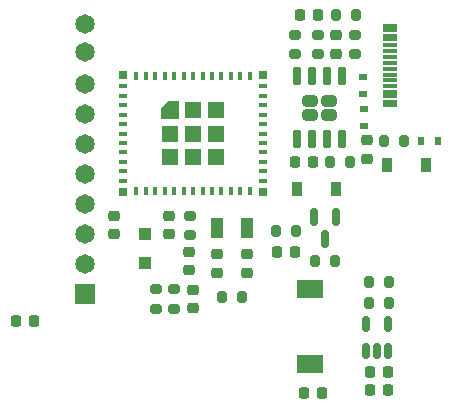
<source format=gtp>
%TF.GenerationSoftware,KiCad,Pcbnew,(6.0.2)*%
%TF.CreationDate,2022-03-15T02:09:26-04:00*%
%TF.ProjectId,ferrous_slime,66657272-6f75-4735-9f73-6c696d652e6b,v0.0.1*%
%TF.SameCoordinates,Original*%
%TF.FileFunction,Paste,Top*%
%TF.FilePolarity,Positive*%
%FSLAX46Y46*%
G04 Gerber Fmt 4.6, Leading zero omitted, Abs format (unit mm)*
G04 Created by KiCad (PCBNEW (6.0.2)) date 2022-03-15 02:09:26*
%MOMM*%
%LPD*%
G01*
G04 APERTURE LIST*
G04 Aperture macros list*
%AMRoundRect*
0 Rectangle with rounded corners*
0 $1 Rounding radius*
0 $2 $3 $4 $5 $6 $7 $8 $9 X,Y pos of 4 corners*
0 Add a 4 corners polygon primitive as box body*
4,1,4,$2,$3,$4,$5,$6,$7,$8,$9,$2,$3,0*
0 Add four circle primitives for the rounded corners*
1,1,$1+$1,$2,$3*
1,1,$1+$1,$4,$5*
1,1,$1+$1,$6,$7*
1,1,$1+$1,$8,$9*
0 Add four rect primitives between the rounded corners*
20,1,$1+$1,$2,$3,$4,$5,0*
20,1,$1+$1,$4,$5,$6,$7,0*
20,1,$1+$1,$6,$7,$8,$9,0*
20,1,$1+$1,$8,$9,$2,$3,0*%
%AMFreePoly0*
4,1,6,0.725000,-0.725000,-0.725000,-0.725000,-0.725000,0.125000,-0.125000,0.725000,0.725000,0.725000,0.725000,-0.725000,0.725000,-0.725000,$1*%
G04 Aperture macros list end*
%ADD10RoundRect,0.200000X-0.200000X-0.275000X0.200000X-0.275000X0.200000X0.275000X-0.200000X0.275000X0*%
%ADD11RoundRect,0.225000X0.225000X0.250000X-0.225000X0.250000X-0.225000X-0.250000X0.225000X-0.250000X0*%
%ADD12RoundRect,0.200000X-0.275000X0.200000X-0.275000X-0.200000X0.275000X-0.200000X0.275000X0.200000X0*%
%ADD13RoundRect,0.225000X-0.250000X0.225000X-0.250000X-0.225000X0.250000X-0.225000X0.250000X0.225000X0*%
%ADD14RoundRect,0.200000X0.275000X-0.200000X0.275000X0.200000X-0.275000X0.200000X-0.275000X-0.200000X0*%
%ADD15RoundRect,0.218750X-0.218750X-0.256250X0.218750X-0.256250X0.218750X0.256250X-0.218750X0.256250X0*%
%ADD16RoundRect,0.150000X-0.150000X0.587500X-0.150000X-0.587500X0.150000X-0.587500X0.150000X0.587500X0*%
%ADD17R,0.900000X1.200000*%
%ADD18RoundRect,0.200000X0.200000X0.275000X-0.200000X0.275000X-0.200000X-0.275000X0.200000X-0.275000X0*%
%ADD19RoundRect,0.225000X-0.225000X-0.250000X0.225000X-0.250000X0.225000X0.250000X-0.225000X0.250000X0*%
%ADD20R,1.000000X1.800000*%
%ADD21RoundRect,0.150000X0.150000X-0.512500X0.150000X0.512500X-0.150000X0.512500X-0.150000X-0.512500X0*%
%ADD22RoundRect,0.225000X0.250000X-0.225000X0.250000X0.225000X-0.250000X0.225000X-0.250000X-0.225000X0*%
%ADD23RoundRect,0.218750X-0.256250X0.218750X-0.256250X-0.218750X0.256250X-0.218750X0.256250X0.218750X0*%
%ADD24R,0.700000X0.600000*%
%ADD25R,0.800000X0.400000*%
%ADD26R,0.400000X0.800000*%
%ADD27R,0.700000X0.700000*%
%ADD28R,1.450000X1.450000*%
%ADD29FreePoly0,0.000000*%
%ADD30R,1.150000X0.300000*%
%ADD31C,1.651000*%
%ADD32R,1.651000X1.651000*%
%ADD33R,0.600000X0.700000*%
%ADD34RoundRect,0.242500X0.402500X-0.242500X0.402500X0.242500X-0.402500X0.242500X-0.402500X-0.242500X0*%
%ADD35RoundRect,0.150000X0.150000X-0.650000X0.150000X0.650000X-0.150000X0.650000X-0.150000X-0.650000X0*%
%ADD36R,2.200000X1.500000*%
%ADD37R,1.000000X1.000000*%
G04 APERTURE END LIST*
D10*
X89091000Y-53541000D03*
X90741000Y-53541000D03*
D11*
X85103000Y-62939000D03*
X83553000Y-62939000D03*
D12*
X70993000Y-54166000D03*
X70993000Y-55816000D03*
D10*
X76645000Y-54811000D03*
X78295000Y-54811000D03*
D13*
X73787000Y-51041000D03*
X73787000Y-52591000D03*
D14*
X72517000Y-55816000D03*
X72517000Y-54166000D03*
X82804000Y-34300000D03*
X82804000Y-32650000D03*
D15*
X82778500Y-43381000D03*
X84353500Y-43381000D03*
X83193500Y-30935000D03*
X84768500Y-30935000D03*
D10*
X81217000Y-49276000D03*
X82867000Y-49276000D03*
D16*
X86294000Y-48031500D03*
X84394000Y-48031500D03*
X85344000Y-49906500D03*
D17*
X82932000Y-45667000D03*
X86232000Y-45667000D03*
D18*
X86169000Y-51763000D03*
X84519000Y-51763000D03*
D11*
X82817000Y-51001000D03*
X81267000Y-51001000D03*
D19*
X59182000Y-56896000D03*
X60732000Y-56896000D03*
D20*
X76220000Y-48968990D03*
X78720000Y-48968990D03*
D21*
X88796622Y-59402865D03*
X89746622Y-59402865D03*
X90696622Y-59402865D03*
X90696622Y-57127865D03*
X88796622Y-57127865D03*
D10*
X89091000Y-55319000D03*
X90741000Y-55319000D03*
D22*
X74168000Y-55766000D03*
X74168000Y-54216000D03*
D14*
X87884000Y-34290008D03*
X87884000Y-32640008D03*
D23*
X86267000Y-32662000D03*
X86267000Y-34237000D03*
D24*
X88552173Y-37611489D03*
X88552173Y-36211489D03*
X88646000Y-38924000D03*
X88646000Y-40324000D03*
D17*
X90552000Y-43635000D03*
X93852000Y-43635000D03*
D25*
X68268000Y-37004007D03*
X68268000Y-37804007D03*
X68268000Y-38604007D03*
X68268000Y-39404007D03*
X68268000Y-40204007D03*
X68268000Y-41004007D03*
X68268000Y-41804007D03*
X68268000Y-42604007D03*
X68268000Y-43404007D03*
X68268000Y-44204007D03*
X68268000Y-45004007D03*
D26*
X69368000Y-45904007D03*
X70168000Y-45904007D03*
X70968000Y-45904007D03*
X71768000Y-45904007D03*
X72568000Y-45904007D03*
X73368000Y-45904007D03*
X74168000Y-45904007D03*
X74968000Y-45904007D03*
X75768000Y-45904007D03*
X76568000Y-45904007D03*
X77368000Y-45904007D03*
X78168000Y-45904007D03*
X78968000Y-45904007D03*
D25*
X80068000Y-45004007D03*
X80068000Y-44204007D03*
X80068000Y-43404007D03*
X80068000Y-42604007D03*
X80068000Y-41804007D03*
X80068000Y-41004007D03*
X80068000Y-40204007D03*
X80068000Y-39404007D03*
X80068000Y-38604007D03*
X80068000Y-37804007D03*
X80068000Y-37004007D03*
D26*
X74968000Y-36104007D03*
X73368000Y-36104007D03*
D27*
X68218000Y-45954007D03*
D28*
X76143000Y-42979007D03*
X74168000Y-41004007D03*
D26*
X74168000Y-36104007D03*
X70968000Y-36104007D03*
D28*
X74168000Y-42979007D03*
X76143000Y-39029007D03*
D27*
X80118000Y-36054007D03*
D29*
X72193000Y-39029007D03*
D27*
X80118000Y-45954007D03*
D26*
X76568000Y-36104007D03*
D27*
X68218000Y-36054007D03*
D28*
X72193000Y-42979007D03*
X76143000Y-41004007D03*
X72193000Y-41054007D03*
X74168000Y-39029007D03*
D26*
X78968000Y-36104007D03*
X70168000Y-36104007D03*
X69368000Y-36104007D03*
X78168000Y-36104007D03*
X75768000Y-36104007D03*
X71768000Y-36104007D03*
X72568000Y-36104007D03*
X77368000Y-36104007D03*
D30*
X90818000Y-38602990D03*
X90818000Y-37802990D03*
X90818000Y-36502990D03*
X90818000Y-35502990D03*
X90818000Y-35002990D03*
X90818000Y-34002990D03*
X90818000Y-32702990D03*
X90818000Y-31902990D03*
X90818000Y-32202990D03*
X90818000Y-33002990D03*
X90818000Y-33502990D03*
X90818000Y-34502990D03*
X90818000Y-36002990D03*
X90818000Y-37002990D03*
X90818000Y-37502990D03*
X90818000Y-38302990D03*
D31*
X65038460Y-31707462D03*
X65038460Y-34120462D03*
D32*
X65038460Y-54567462D03*
D31*
X65038460Y-52027462D03*
X65038460Y-49487462D03*
X65038460Y-46947462D03*
X65038460Y-44407462D03*
X65038460Y-41867462D03*
X65038460Y-39327462D03*
X65038460Y-36787462D03*
D19*
X89128000Y-62685000D03*
X90678000Y-62685000D03*
D33*
X93471999Y-41603000D03*
X94871999Y-41603000D03*
D14*
X73914000Y-49593000D03*
X73914000Y-47943000D03*
D34*
X85636000Y-39408990D03*
X84036000Y-39408990D03*
X84036000Y-38208990D03*
X85636000Y-38208990D03*
D35*
X82931000Y-41458990D03*
X84201000Y-41458990D03*
X85471000Y-41458990D03*
X86741000Y-41458990D03*
X86741000Y-36158990D03*
X85471000Y-36158990D03*
X84201000Y-36158990D03*
X82931000Y-36158990D03*
D18*
X87947000Y-30935000D03*
X86297000Y-30935000D03*
D14*
X84743000Y-34300000D03*
X84743000Y-32650000D03*
D19*
X89128000Y-61161000D03*
X90678000Y-61161000D03*
D13*
X67513200Y-47942200D03*
X67513200Y-49492200D03*
D22*
X76200000Y-52792000D03*
X76200000Y-51242000D03*
D13*
X72136000Y-47993000D03*
X72136000Y-49543000D03*
D18*
X87439000Y-43381000D03*
X85789000Y-43381000D03*
D36*
X84074000Y-60550990D03*
X84074000Y-54150990D03*
D22*
X78740000Y-52792000D03*
X78740000Y-51242000D03*
D10*
X90361000Y-41603000D03*
X92011000Y-41603000D03*
D13*
X88900000Y-41590000D03*
X88900000Y-43140000D03*
D37*
X70104000Y-51997000D03*
X70104000Y-49497000D03*
M02*

</source>
